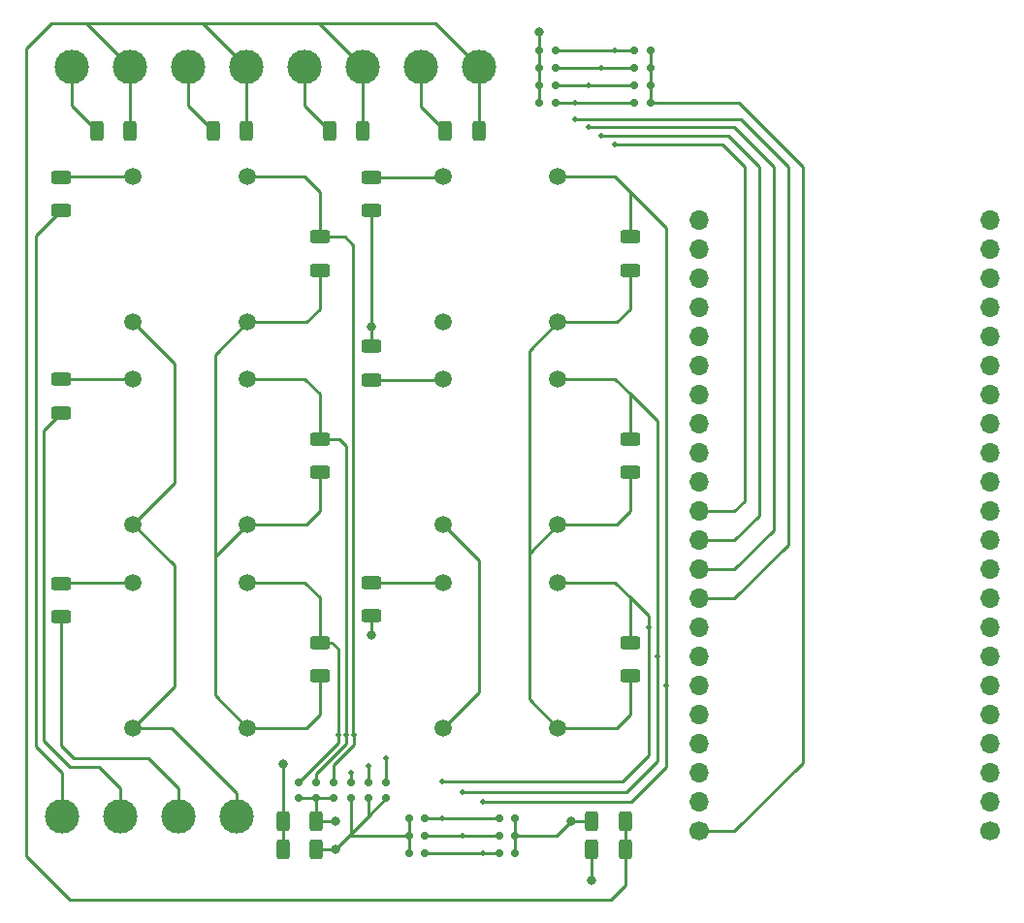
<source format=gbr>
%TF.GenerationSoftware,KiCad,Pcbnew,7.0.10*%
%TF.CreationDate,2024-03-07T00:47:07-03:00*%
%TF.ProjectId,board,626f6172-642e-46b6-9963-61645f706362,rev?*%
%TF.SameCoordinates,Original*%
%TF.FileFunction,Copper,L1,Top*%
%TF.FilePolarity,Positive*%
%FSLAX46Y46*%
G04 Gerber Fmt 4.6, Leading zero omitted, Abs format (unit mm)*
G04 Created by KiCad (PCBNEW 7.0.10) date 2024-03-07 00:47:07*
%MOMM*%
%LPD*%
G01*
G04 APERTURE LIST*
G04 Aperture macros list*
%AMRoundRect*
0 Rectangle with rounded corners*
0 $1 Rounding radius*
0 $2 $3 $4 $5 $6 $7 $8 $9 X,Y pos of 4 corners*
0 Add a 4 corners polygon primitive as box body*
4,1,4,$2,$3,$4,$5,$6,$7,$8,$9,$2,$3,0*
0 Add four circle primitives for the rounded corners*
1,1,$1+$1,$2,$3*
1,1,$1+$1,$4,$5*
1,1,$1+$1,$6,$7*
1,1,$1+$1,$8,$9*
0 Add four rect primitives between the rounded corners*
20,1,$1+$1,$2,$3,$4,$5,0*
20,1,$1+$1,$4,$5,$6,$7,0*
20,1,$1+$1,$6,$7,$8,$9,0*
20,1,$1+$1,$8,$9,$2,$3,0*%
G04 Aperture macros list end*
%TA.AperFunction,SMDPad,CuDef*%
%ADD10RoundRect,0.150000X0.150000X0.200000X-0.150000X0.200000X-0.150000X-0.200000X0.150000X-0.200000X0*%
%TD*%
%TA.AperFunction,SMDPad,CuDef*%
%ADD11RoundRect,0.150000X-0.200000X0.150000X-0.200000X-0.150000X0.200000X-0.150000X0.200000X0.150000X0*%
%TD*%
%TA.AperFunction,ComponentPad*%
%ADD12C,3.000000*%
%TD*%
%TA.AperFunction,ComponentPad*%
%ADD13C,1.700000*%
%TD*%
%TA.AperFunction,ComponentPad*%
%ADD14O,1.700000X1.700000*%
%TD*%
%TA.AperFunction,ComponentPad*%
%ADD15C,1.508000*%
%TD*%
%TA.AperFunction,SMDPad,CuDef*%
%ADD16RoundRect,0.250000X0.312500X0.625000X-0.312500X0.625000X-0.312500X-0.625000X0.312500X-0.625000X0*%
%TD*%
%TA.AperFunction,SMDPad,CuDef*%
%ADD17RoundRect,0.250000X0.625000X-0.312500X0.625000X0.312500X-0.625000X0.312500X-0.625000X-0.312500X0*%
%TD*%
%TA.AperFunction,SMDPad,CuDef*%
%ADD18RoundRect,0.250000X-0.625000X0.312500X-0.625000X-0.312500X0.625000X-0.312500X0.625000X0.312500X0*%
%TD*%
%TA.AperFunction,SMDPad,CuDef*%
%ADD19RoundRect,0.250000X-0.312500X-0.625000X0.312500X-0.625000X0.312500X0.625000X-0.312500X0.625000X0*%
%TD*%
%TA.AperFunction,SMDPad,CuDef*%
%ADD20RoundRect,0.150000X0.200000X-0.150000X0.200000X0.150000X-0.200000X0.150000X-0.200000X-0.150000X0*%
%TD*%
%TA.AperFunction,ViaPad*%
%ADD21C,0.800000*%
%TD*%
%TA.AperFunction,ViaPad*%
%ADD22C,0.500000*%
%TD*%
%TA.AperFunction,Conductor*%
%ADD23C,0.250000*%
%TD*%
G04 APERTURE END LIST*
D10*
%TO.P,DZ17,1*%
%TO.N,A_Current_Wave*%
X107224600Y-60477400D03*
%TO.P,DZ17,2*%
%TO.N,GND*%
X108624600Y-60477400D03*
%TD*%
D11*
%TO.P,DZ4,1*%
%TO.N,VCC*%
X82506000Y-121213000D03*
%TO.P,DZ4,2*%
%TO.N,C_Wave*%
X82506000Y-119813000D03*
%TD*%
D12*
%TO.P,ST6,1,Pin_1*%
%TO.N,V_Ref_Current*%
X63195200Y-57327800D03*
%TO.P,ST6,2,Pin_2*%
%TO.N,N_Current_Wave*%
X58115200Y-57327800D03*
%TD*%
D13*
%TO.P,ESP32-S3_BACK1,1,Pin_1*%
%TO.N,GND*%
X138277600Y-124079000D03*
D14*
%TO.P,ESP32-S3_BACK1,2,Pin_2*%
%TO.N,N/C*%
X138277600Y-121539000D03*
%TO.P,ESP32-S3_BACK1,3,Pin_3*%
X138277600Y-118999000D03*
%TO.P,ESP32-S3_BACK1,4,Pin_4*%
X138277600Y-116459000D03*
%TO.P,ESP32-S3_BACK1,5,Pin_5*%
X138277600Y-113919000D03*
%TO.P,ESP32-S3_BACK1,6,Pin_6*%
X138277600Y-111379000D03*
%TO.P,ESP32-S3_BACK1,7,Pin_7*%
X138277600Y-108839000D03*
%TO.P,ESP32-S3_BACK1,8,Pin_8*%
X138277600Y-106299000D03*
%TO.P,ESP32-S3_BACK1,9,Pin_9*%
X138277600Y-103759000D03*
%TO.P,ESP32-S3_BACK1,10,Pin_10*%
X138277600Y-101219000D03*
%TO.P,ESP32-S3_BACK1,11,Pin_11*%
X138277600Y-98679000D03*
%TO.P,ESP32-S3_BACK1,12,Pin_12*%
X138277600Y-96139000D03*
%TO.P,ESP32-S3_BACK1,13,Pin_13*%
X138277600Y-93599000D03*
%TO.P,ESP32-S3_BACK1,14,Pin_14*%
X138277600Y-91059000D03*
%TO.P,ESP32-S3_BACK1,15,Pin_15*%
X138277600Y-88519000D03*
%TO.P,ESP32-S3_BACK1,16,Pin_16*%
X138277600Y-85979000D03*
%TO.P,ESP32-S3_BACK1,17,Pin_17*%
X138277600Y-83439000D03*
%TO.P,ESP32-S3_BACK1,18,Pin_18*%
X138277600Y-80899000D03*
%TO.P,ESP32-S3_BACK1,19,Pin_19*%
X138277600Y-78359000D03*
%TO.P,ESP32-S3_BACK1,20,Pin_20*%
X138277600Y-75819000D03*
%TO.P,ESP32-S3_BACK1,21,Pin_21*%
X138277600Y-73279000D03*
%TO.P,ESP32-S3_BACK1,22,Pin_22*%
X138277600Y-70739000D03*
%TD*%
D10*
%TO.P,DZ15,1*%
%TO.N,VCC*%
X98930000Y-57404000D03*
%TO.P,DZ15,2*%
%TO.N,C_Current_Wave*%
X100330000Y-57404000D03*
%TD*%
%TO.P,DZ10,1*%
%TO.N,BC_Wave*%
X95439000Y-122936000D03*
%TO.P,DZ10,2*%
%TO.N,GND*%
X96839000Y-122936000D03*
%TD*%
D15*
%TO.P,TP1,1*%
%TO.N,A_Voltage_Load*%
X63453000Y-66929000D03*
%TO.P,TP1,2*%
%TO.N,N_Voltage*%
X63453000Y-79629000D03*
%TO.P,TP1,3*%
%TO.N,V_Ref_Voltage*%
X73453000Y-79629000D03*
%TO.P,TP1,4*%
%TO.N,A_Wave*%
X73453000Y-66929000D03*
%TD*%
D16*
%TO.P,R20,1*%
%TO.N,V_Ref_Current*%
X93664500Y-62915800D03*
%TO.P,R20,2*%
%TO.N,A_Current_Wave*%
X90739500Y-62915800D03*
%TD*%
D12*
%TO.P,ST4,1,Pin_1*%
%TO.N,V_Ref_Current*%
X83515200Y-57327800D03*
%TO.P,ST4,2,Pin_2*%
%TO.N,B_Current_Wave*%
X78435200Y-57327800D03*
%TD*%
D15*
%TO.P,TP6,1*%
%TO.N,BC_Voltage_Load*%
X90558200Y-102362000D03*
%TO.P,TP6,2*%
%TO.N,C_Voltage*%
X90558200Y-115062000D03*
%TO.P,TP6,3*%
%TO.N,V_Ref_Voltage*%
X100558200Y-115062000D03*
%TO.P,TP6,4*%
%TO.N,BC_Wave*%
X100558200Y-102362000D03*
%TD*%
%TO.P,TP5,1*%
%TO.N,AC_Voltage_Load*%
X90558200Y-84582000D03*
%TO.P,TP5,2*%
%TO.N,C_Voltage*%
X90558200Y-97282000D03*
%TO.P,TP5,3*%
%TO.N,V_Ref_Voltage*%
X100558200Y-97282000D03*
%TO.P,TP5,4*%
%TO.N,AC_Wave*%
X100558200Y-84582000D03*
%TD*%
D17*
%TO.P,R4,1*%
%TO.N,V_Ref_Voltage*%
X79765300Y-92750100D03*
%TO.P,R4,2*%
%TO.N,B_Wave*%
X79765300Y-89825100D03*
%TD*%
D10*
%TO.P,DZ11,1*%
%TO.N,AC_Wave*%
X95439000Y-124460000D03*
%TO.P,DZ11,2*%
%TO.N,GND*%
X96839000Y-124460000D03*
%TD*%
D18*
%TO.P,R11,1*%
%TO.N,BC_Voltage_Load*%
X84264500Y-102362000D03*
%TO.P,R11,2*%
%TO.N,B_Voltage*%
X84264500Y-105287000D03*
%TD*%
D19*
%TO.P,R17,1*%
%TO.N,N_Current_Wave*%
X60274200Y-62915800D03*
%TO.P,R17,2*%
%TO.N,V_Ref_Current*%
X63199200Y-62915800D03*
%TD*%
D10*
%TO.P,DZ20,1*%
%TO.N,N_Current_Wave*%
X107224600Y-55880000D03*
%TO.P,DZ20,2*%
%TO.N,GND*%
X108624600Y-55880000D03*
%TD*%
%TO.P,DZ7,1*%
%TO.N,VCC*%
X87565000Y-122936000D03*
%TO.P,DZ7,2*%
%TO.N,BC_Wave*%
X88965000Y-122936000D03*
%TD*%
D16*
%TO.P,R14,1*%
%TO.N,VCC*%
X79462500Y-125620200D03*
%TO.P,R14,2*%
%TO.N,V_Ref_Voltage*%
X76537500Y-125620200D03*
%TD*%
D10*
%TO.P,DZ15,1*%
%TO.N,VCC*%
X98930000Y-55880000D03*
%TO.P,DZ15,2*%
%TO.N,N_Current_Wave*%
X100330000Y-55880000D03*
%TD*%
D18*
%TO.P,R7,1*%
%TO.N,AB_Voltage_Load*%
X84264500Y-66965100D03*
%TO.P,R7,2*%
%TO.N,A_Voltage*%
X84264500Y-69890100D03*
%TD*%
D16*
%TO.P,R19,1*%
%TO.N,V_Ref_Current*%
X83519200Y-62915800D03*
%TO.P,R19,2*%
%TO.N,B_Current_Wave*%
X80594200Y-62915800D03*
%TD*%
D17*
%TO.P,R2,1*%
%TO.N,V_Ref_Voltage*%
X79765300Y-75097100D03*
%TO.P,R2,2*%
%TO.N,A_Wave*%
X79765300Y-72172100D03*
%TD*%
D10*
%TO.P,DZ14,1*%
%TO.N,VCC*%
X98930000Y-58928000D03*
%TO.P,DZ14,2*%
%TO.N,B_Current_Wave*%
X100330000Y-58928000D03*
%TD*%
D20*
%TO.P,DZ1,1*%
%TO.N,B_Wave*%
X79458000Y-119813000D03*
%TO.P,DZ1,2*%
%TO.N,GND*%
X79458000Y-121213000D03*
%TD*%
D19*
%TO.P,R16,1*%
%TO.N,VCC*%
X103501000Y-125620200D03*
%TO.P,R16,2*%
%TO.N,V_Ref_Current*%
X106426000Y-125620200D03*
%TD*%
D20*
%TO.P,DZ3,1*%
%TO.N,A_Wave*%
X80982000Y-119813000D03*
%TO.P,DZ3,2*%
%TO.N,GND*%
X80982000Y-121213000D03*
%TD*%
D17*
%TO.P,R12,1*%
%TO.N,V_Ref_Voltage*%
X106870500Y-110530100D03*
%TO.P,R12,2*%
%TO.N,BC_Wave*%
X106870500Y-107605100D03*
%TD*%
D19*
%TO.P,R15,1*%
%TO.N,GND*%
X103501000Y-123190000D03*
%TO.P,R15,2*%
%TO.N,V_Ref_Current*%
X106426000Y-123190000D03*
%TD*%
D20*
%TO.P,DZ1,1*%
%TO.N,C_Wave*%
X77908600Y-119813000D03*
%TO.P,DZ1,2*%
%TO.N,GND*%
X77908600Y-121213000D03*
%TD*%
D18*
%TO.P,R1,1*%
%TO.N,A_Voltage_Load*%
X57159300Y-66965100D03*
%TO.P,R1,2*%
%TO.N,A_Voltage*%
X57159300Y-69890100D03*
%TD*%
D10*
%TO.P,DZ9,1*%
%TO.N,VCC*%
X87565000Y-126009400D03*
%TO.P,DZ9,2*%
%TO.N,AB_Wave*%
X88965000Y-126009400D03*
%TD*%
D11*
%TO.P,DZ6,1*%
%TO.N,VCC*%
X85579400Y-121213000D03*
%TO.P,DZ6,2*%
%TO.N,A_Wave*%
X85579400Y-119813000D03*
%TD*%
D17*
%TO.P,R8,1*%
%TO.N,V_Ref_Voltage*%
X106870500Y-75097100D03*
%TO.P,R8,2*%
%TO.N,AB_Wave*%
X106870500Y-72172100D03*
%TD*%
%TO.P,R6,1*%
%TO.N,V_Ref_Voltage*%
X79765300Y-110530100D03*
%TO.P,R6,2*%
%TO.N,C_Wave*%
X79765300Y-107605100D03*
%TD*%
D18*
%TO.P,R3,1*%
%TO.N,B_Voltage_Load*%
X57159300Y-84618100D03*
%TO.P,R3,2*%
%TO.N,B_Voltage*%
X57159300Y-87543100D03*
%TD*%
D16*
%TO.P,R18,1*%
%TO.N,V_Ref_Current*%
X73359200Y-62915800D03*
%TO.P,R18,2*%
%TO.N,C_Current_Wave*%
X70434200Y-62915800D03*
%TD*%
D12*
%TO.P,ST5,1,Pin_1*%
%TO.N,V_Ref_Current*%
X73355200Y-57327800D03*
%TO.P,ST5,2,Pin_2*%
%TO.N,C_Current_Wave*%
X68275200Y-57327800D03*
%TD*%
%TO.P,ST3,1,Pin_1*%
%TO.N,V_Ref_Current*%
X93675200Y-57327800D03*
%TO.P,ST3,2,Pin_2*%
%TO.N,A_Current_Wave*%
X88595200Y-57327800D03*
%TD*%
%TO.P,ST1,1,Pin_1*%
%TO.N,A_Voltage*%
X57277000Y-122745500D03*
%TO.P,ST1,2,Pin_2*%
%TO.N,B_Voltage*%
X62357000Y-122745500D03*
%TD*%
D10*
%TO.P,DZ19,1*%
%TO.N,C_Current_Wave*%
X107224600Y-57404000D03*
%TO.P,DZ19,2*%
%TO.N,GND*%
X108624600Y-57404000D03*
%TD*%
D13*
%TO.P,ESP32-S3_FRONT1,1,Pin_1*%
%TO.N,GND*%
X112877600Y-124079000D03*
D14*
%TO.P,ESP32-S3_FRONT1,2,Pin_2*%
%TO.N,N/C*%
X112877600Y-121539000D03*
%TO.P,ESP32-S3_FRONT1,3,Pin_3*%
%TO.N,C_Wave*%
X112877600Y-118999000D03*
%TO.P,ESP32-S3_FRONT1,4,Pin_4*%
%TO.N,B_Wave*%
X112877600Y-116459000D03*
%TO.P,ESP32-S3_FRONT1,5,Pin_5*%
%TO.N,A_Wave*%
X112877600Y-113919000D03*
%TO.P,ESP32-S3_FRONT1,6,Pin_6*%
%TO.N,AB_Wave*%
X112877600Y-111379000D03*
%TO.P,ESP32-S3_FRONT1,7,Pin_7*%
%TO.N,AC_Wave*%
X112877600Y-108839000D03*
%TO.P,ESP32-S3_FRONT1,8,Pin_8*%
%TO.N,BC_Wave*%
X112877600Y-106299000D03*
%TO.P,ESP32-S3_FRONT1,9,Pin_9*%
%TO.N,A_Current_Wave*%
X112877600Y-103759000D03*
%TO.P,ESP32-S3_FRONT1,10,Pin_10*%
%TO.N,B_Current_Wave*%
X112877600Y-101219000D03*
%TO.P,ESP32-S3_FRONT1,11,Pin_11*%
%TO.N,C_Current_Wave*%
X112877600Y-98679000D03*
%TO.P,ESP32-S3_FRONT1,12,Pin_12*%
%TO.N,N_Current_Wave*%
X112877600Y-96139000D03*
%TO.P,ESP32-S3_FRONT1,13,Pin_13*%
%TO.N,N/C*%
X112877600Y-93599000D03*
%TO.P,ESP32-S3_FRONT1,14,Pin_14*%
X112877600Y-91059000D03*
%TO.P,ESP32-S3_FRONT1,15,Pin_15*%
X112877600Y-88519000D03*
%TO.P,ESP32-S3_FRONT1,16,Pin_16*%
X112877600Y-85979000D03*
%TO.P,ESP32-S3_FRONT1,17,Pin_17*%
X112877600Y-83439000D03*
%TO.P,ESP32-S3_FRONT1,18,Pin_18*%
X112877600Y-80899000D03*
%TO.P,ESP32-S3_FRONT1,19,Pin_19*%
X112877600Y-78359000D03*
%TO.P,ESP32-S3_FRONT1,20,Pin_20*%
X112877600Y-75819000D03*
%TO.P,ESP32-S3_FRONT1,21,Pin_21*%
X112877600Y-73279000D03*
%TO.P,ESP32-S3_FRONT1,22,Pin_22*%
%TO.N,VCC*%
X112877600Y-70739000D03*
%TD*%
D17*
%TO.P,R5,1*%
%TO.N,C_Voltage*%
X57159300Y-105348500D03*
%TO.P,R5,2*%
%TO.N,C_Voltage_Load*%
X57159300Y-102423500D03*
%TD*%
D10*
%TO.P,DZ8,1*%
%TO.N,VCC*%
X87565000Y-124460000D03*
%TO.P,DZ8,2*%
%TO.N,AC_Wave*%
X88965000Y-124460000D03*
%TD*%
D17*
%TO.P,R10,1*%
%TO.N,V_Ref_Voltage*%
X106870500Y-92750100D03*
%TO.P,R10,2*%
%TO.N,AC_Wave*%
X106870500Y-89825100D03*
%TD*%
D11*
%TO.P,DZ5,1*%
%TO.N,VCC*%
X84030000Y-121213000D03*
%TO.P,DZ5,2*%
%TO.N,B_Wave*%
X84030000Y-119813000D03*
%TD*%
D18*
%TO.P,R9,1*%
%TO.N,A_Voltage*%
X84264500Y-81722500D03*
%TO.P,R9,2*%
%TO.N,AC_Voltage_Load*%
X84264500Y-84647500D03*
%TD*%
D15*
%TO.P,TP4,1*%
%TO.N,AB_Voltage_Load*%
X90558200Y-66929000D03*
%TO.P,TP4,2*%
%TO.N,B_Voltage*%
X90558200Y-79629000D03*
%TO.P,TP4,3*%
%TO.N,V_Ref_Voltage*%
X100558200Y-79629000D03*
%TO.P,TP4,4*%
%TO.N,AB_Wave*%
X100558200Y-66929000D03*
%TD*%
D10*
%TO.P,DZ12,1*%
%TO.N,AB_Wave*%
X95439000Y-126009400D03*
%TO.P,DZ12,2*%
%TO.N,GND*%
X96839000Y-126009400D03*
%TD*%
D16*
%TO.P,R13,1*%
%TO.N,GND*%
X79462500Y-123190000D03*
%TO.P,R13,2*%
%TO.N,V_Ref_Voltage*%
X76537500Y-123190000D03*
%TD*%
D10*
%TO.P,DZ13,1*%
%TO.N,VCC*%
X98930000Y-60477400D03*
%TO.P,DZ13,2*%
%TO.N,A_Current_Wave*%
X100330000Y-60477400D03*
%TD*%
D15*
%TO.P,TP3,1*%
%TO.N,C_Voltage_Load*%
X63453000Y-102362000D03*
%TO.P,TP3,2*%
%TO.N,N_Voltage*%
X63453000Y-115062000D03*
%TO.P,TP3,3*%
%TO.N,V_Ref_Voltage*%
X73453000Y-115062000D03*
%TO.P,TP3,4*%
%TO.N,C_Wave*%
X73453000Y-102362000D03*
%TD*%
D12*
%TO.P,ST2,1,Pin_1*%
%TO.N,C_Voltage*%
X67437000Y-122745500D03*
%TO.P,ST2,2,Pin_2*%
%TO.N,N_Voltage*%
X72517000Y-122745500D03*
%TD*%
D10*
%TO.P,DZ18,1*%
%TO.N,B_Current_Wave*%
X107224600Y-58928000D03*
%TO.P,DZ18,2*%
%TO.N,GND*%
X108624600Y-58928000D03*
%TD*%
D15*
%TO.P,TP2,1*%
%TO.N,B_Voltage_Load*%
X63453000Y-84582000D03*
%TO.P,TP2,2*%
%TO.N,N_Voltage*%
X63453000Y-97282000D03*
%TO.P,TP2,3*%
%TO.N,V_Ref_Voltage*%
X73453000Y-97282000D03*
%TO.P,TP2,4*%
%TO.N,B_Wave*%
X73453000Y-84582000D03*
%TD*%
D21*
%TO.N,A_Voltage*%
X84264500Y-80010000D03*
%TO.N,B_Voltage*%
X84264500Y-106934000D03*
D22*
%TO.N,A_Wave*%
X82742003Y-115697000D03*
X85579400Y-117729000D03*
%TO.N,B_Wave*%
X84030000Y-118364000D03*
X82042000Y-115697000D03*
%TO.N,C_Wave*%
X81407000Y-115697000D03*
X82506000Y-118999000D03*
D21*
%TO.N,V_Ref_Voltage*%
X76537500Y-118237000D03*
%TO.N,VCC*%
X98930000Y-54254400D03*
X81172200Y-125620200D03*
X103505000Y-128397000D03*
%TO.N,GND*%
X101727000Y-123190000D03*
X81153000Y-123190000D03*
D22*
%TO.N,AB_Wave*%
X93980000Y-126009400D03*
X93980000Y-121539000D03*
X109982000Y-111379000D03*
%TO.N,AC_Wave*%
X109220000Y-108839000D03*
X92202000Y-124460000D03*
X92202000Y-120624600D03*
%TO.N,BC_Wave*%
X90424000Y-119735600D03*
X108458000Y-106299000D03*
X90424000Y-122936000D03*
%TO.N,A_Current_Wave*%
X102057200Y-60477400D03*
X102057200Y-61899800D03*
%TO.N,C_Current_Wave*%
X104343200Y-57404000D03*
X104343200Y-63373000D03*
%TO.N,B_Current_Wave*%
X103200200Y-58928000D03*
X103200200Y-62611000D03*
%TO.N,N_Current_Wave*%
X105486200Y-64135000D03*
X105486200Y-55880000D03*
%TD*%
D23*
%TO.N,A_Voltage_Load*%
X63453000Y-66929000D02*
X57195400Y-66929000D01*
X57195400Y-66929000D02*
X57159300Y-66965100D01*
%TO.N,B_Voltage_Load*%
X57195400Y-84582000D02*
X57159300Y-84618100D01*
X63453000Y-84582000D02*
X57195400Y-84582000D01*
%TO.N,C_Voltage_Load*%
X57220800Y-102362000D02*
X57159300Y-102423500D01*
X63453000Y-102362000D02*
X57220800Y-102362000D01*
%TO.N,A_Voltage*%
X84264500Y-80010000D02*
X84264500Y-69890100D01*
X57277000Y-122745500D02*
X57277000Y-118999000D01*
X54991000Y-116713000D02*
X54991000Y-72058400D01*
X84264500Y-80010000D02*
X84264500Y-81722500D01*
X54991000Y-72058400D02*
X57159300Y-69890100D01*
X57277000Y-118999000D02*
X54991000Y-116713000D01*
%TO.N,B_Voltage*%
X62357000Y-120332500D02*
X60515500Y-118491000D01*
X55626000Y-89076400D02*
X57159300Y-87543100D01*
X62357000Y-122745500D02*
X62357000Y-120332500D01*
X84264500Y-106934000D02*
X84264500Y-105287000D01*
X57912000Y-118491000D02*
X55626000Y-116205000D01*
X55626000Y-116205000D02*
X55626000Y-89076400D01*
X60515500Y-118491000D02*
X57912000Y-118491000D01*
%TO.N,C_Voltage*%
X67437000Y-122745500D02*
X67437000Y-120332500D01*
X67437000Y-120332500D02*
X64833500Y-117729000D01*
X58293000Y-117729000D02*
X57159300Y-116595300D01*
X57159300Y-116595300D02*
X57159300Y-105348500D01*
X90558200Y-115062000D02*
X93662500Y-111957700D01*
X64008000Y-117729000D02*
X58293000Y-117729000D01*
X93662500Y-111957700D02*
X93662500Y-100386300D01*
X64833500Y-117729000D02*
X64008000Y-117729000D01*
X93662500Y-100386300D02*
X90558200Y-97282000D01*
%TO.N,N_Voltage*%
X63453000Y-115062000D02*
X67056000Y-111459000D01*
X67056000Y-93679000D02*
X67056000Y-83232000D01*
X67056000Y-83232000D02*
X63453000Y-79629000D01*
X63453000Y-97282000D02*
X67056000Y-93679000D01*
X66802000Y-115062000D02*
X63453000Y-115062000D01*
X67056000Y-111459000D02*
X67056000Y-100885000D01*
X72517000Y-122745500D02*
X72517000Y-120777000D01*
X72517000Y-120777000D02*
X66802000Y-115062000D01*
X67056000Y-100885000D02*
X63453000Y-97282000D01*
%TO.N,BC_Voltage_Load*%
X90558200Y-102362000D02*
X84201000Y-102362000D01*
%TO.N,AC_Voltage_Load*%
X90558200Y-84582000D02*
X90492700Y-84647500D01*
X90492700Y-84647500D02*
X84264500Y-84647500D01*
%TO.N,AB_Voltage_Load*%
X90522100Y-66965100D02*
X90558200Y-66929000D01*
X84264500Y-66965100D02*
X90522100Y-66965100D01*
X84300600Y-66929000D02*
X84264500Y-66965100D01*
%TO.N,A_Wave*%
X82677000Y-72898000D02*
X81951100Y-72172100D01*
X78457200Y-66929000D02*
X79765300Y-68237100D01*
X85579400Y-119813000D02*
X85579400Y-117729000D01*
X82742003Y-115697000D02*
X82677000Y-115631997D01*
X80982000Y-118281000D02*
X80982000Y-119813000D01*
X82742003Y-116520997D02*
X80982000Y-118281000D01*
X81951100Y-72172100D02*
X79765300Y-72172100D01*
X73453000Y-66929000D02*
X78457200Y-66929000D01*
X82742003Y-115697000D02*
X82742003Y-116520997D01*
X79765300Y-68237100D02*
X79765300Y-72172100D01*
X82677000Y-115631997D02*
X82677000Y-72898000D01*
%TO.N,B_Wave*%
X82042000Y-115697000D02*
X82042000Y-90424000D01*
X79765300Y-85890100D02*
X79765300Y-89825100D01*
X79458000Y-119813000D02*
X79458000Y-119043000D01*
X81443100Y-89825100D02*
X79765300Y-89825100D01*
X82042000Y-116459000D02*
X82042000Y-115697000D01*
X79458000Y-119043000D02*
X82042000Y-116459000D01*
X78457200Y-84582000D02*
X79765300Y-85890100D01*
X84030000Y-119813000D02*
X84030000Y-118364000D01*
X73453000Y-84582000D02*
X78457200Y-84582000D01*
X82042000Y-90424000D02*
X81443100Y-89825100D01*
%TO.N,C_Wave*%
X73453000Y-102362000D02*
X78457200Y-102362000D01*
X81407000Y-108167900D02*
X80844200Y-107605100D01*
X77908600Y-119813000D02*
X77923208Y-119813000D01*
X81407000Y-116329208D02*
X81407000Y-115697000D01*
X78457200Y-102362000D02*
X79765300Y-103670100D01*
X80844200Y-107605100D02*
X79765300Y-107605100D01*
X79765300Y-103670100D02*
X79765300Y-107605100D01*
X81407000Y-115697000D02*
X81407000Y-108167900D01*
X77923208Y-119813000D02*
X81407000Y-116329208D01*
X82506000Y-119813000D02*
X82506000Y-118999000D01*
%TO.N,V_Ref_Voltage*%
X105702100Y-97282000D02*
X106870500Y-96113600D01*
X73453000Y-79629000D02*
X78596900Y-79629000D01*
X78596900Y-115062000D02*
X79765300Y-113893600D01*
X79765300Y-113893600D02*
X79765300Y-110530100D01*
X98044000Y-99796200D02*
X100558200Y-97282000D01*
X73453000Y-97282000D02*
X78596900Y-97282000D01*
X100558200Y-115062000D02*
X98044000Y-112547800D01*
X100558200Y-97282000D02*
X105702100Y-97282000D01*
X100558200Y-79629000D02*
X98044000Y-82143200D01*
X70612000Y-100123000D02*
X70612000Y-82470000D01*
X76537500Y-123190000D02*
X76537500Y-125620200D01*
X79765300Y-96113600D02*
X79765300Y-92750100D01*
X105702100Y-79629000D02*
X106870500Y-78460600D01*
X76526200Y-125609500D02*
X76515500Y-125620200D01*
X100558200Y-79629000D02*
X105702100Y-79629000D01*
X100558200Y-115062000D02*
X105702100Y-115062000D01*
X106870500Y-78460600D02*
X106870500Y-75097100D01*
X106870500Y-113893600D02*
X106870500Y-110530100D01*
X79765300Y-78460600D02*
X79765300Y-75097100D01*
X73453000Y-115062000D02*
X78596900Y-115062000D01*
X98044000Y-112547800D02*
X98044000Y-94767800D01*
X106870500Y-96113600D02*
X106870500Y-92750100D01*
X105702100Y-115062000D02*
X106870500Y-113893600D01*
X73453000Y-115062000D02*
X70612000Y-112221000D01*
X70612000Y-100123000D02*
X73453000Y-97282000D01*
X70612000Y-82470000D02*
X73453000Y-79629000D01*
X70612000Y-112221000D02*
X70612000Y-100123000D01*
X78596900Y-79629000D02*
X79765300Y-78460600D01*
X78596900Y-97282000D02*
X79765300Y-96113600D01*
X76537500Y-118237000D02*
X76537500Y-123190000D01*
X98044000Y-82143200D02*
X98044000Y-94767800D01*
%TO.N,VCC*%
X103501000Y-128393000D02*
X103501000Y-125620200D01*
X103505000Y-128397000D02*
X103501000Y-128393000D01*
X98930000Y-60477400D02*
X98930000Y-58928000D01*
X85579400Y-121213000D02*
X84030000Y-122762400D01*
X82504700Y-124287700D02*
X84030000Y-122762400D01*
X81172200Y-125620200D02*
X82504700Y-124287700D01*
X82332400Y-124460000D02*
X87565000Y-124460000D01*
X79462500Y-125620200D02*
X81172200Y-125620200D01*
X98930000Y-55880000D02*
X98930000Y-57404000D01*
X87565000Y-126009400D02*
X87565000Y-124460000D01*
X82506000Y-121213000D02*
X82506000Y-124286400D01*
X82506000Y-124286400D02*
X82504700Y-124287700D01*
X87565000Y-124460000D02*
X87565000Y-122936000D01*
X98930000Y-57404000D02*
X98930000Y-58928000D01*
X98930000Y-54254400D02*
X98930000Y-55880000D01*
X84030000Y-121213000D02*
X84030000Y-122762400D01*
%TO.N,GND*%
X116357400Y-60477400D02*
X121920000Y-66040000D01*
X121920000Y-118110000D02*
X115951000Y-124079000D01*
X96839000Y-124460000D02*
X96839000Y-122936000D01*
X100457000Y-124460000D02*
X96839000Y-124460000D01*
X108624600Y-60477400D02*
X116357400Y-60477400D01*
X121920000Y-66040000D02*
X121920000Y-118110000D01*
X108624600Y-58928000D02*
X108624600Y-60477400D01*
X79462500Y-123190000D02*
X81153000Y-123190000D01*
X101727000Y-123190000D02*
X103501000Y-123190000D01*
X79462500Y-121217500D02*
X79458000Y-121213000D01*
X108624600Y-57404000D02*
X108624600Y-55880000D01*
X108624600Y-58928000D02*
X108624600Y-57404000D01*
X79458000Y-121213000D02*
X77908600Y-121213000D01*
X79462500Y-123190000D02*
X79462500Y-121217500D01*
X96839000Y-124460000D02*
X96839000Y-126009400D01*
X115951000Y-124079000D02*
X112877600Y-124079000D01*
X79458000Y-121213000D02*
X80982000Y-121213000D01*
X101727000Y-123190000D02*
X100457000Y-124460000D01*
%TO.N,V_Ref_Current*%
X63199200Y-57331800D02*
X63195200Y-57327800D01*
X106426000Y-125620200D02*
X106426000Y-128778000D01*
X106426000Y-123190000D02*
X106426000Y-125620200D01*
X73359200Y-57331800D02*
X73355200Y-57327800D01*
X56337200Y-53517800D02*
X59385200Y-53517800D01*
X83515200Y-57327800D02*
X79705200Y-53517800D01*
X93664500Y-57338500D02*
X93675200Y-57327800D01*
X105156000Y-130048000D02*
X57912000Y-130048000D01*
X63195200Y-57327800D02*
X59385200Y-53517800D01*
X57912000Y-130048000D02*
X54102000Y-126238000D01*
X73359200Y-62915800D02*
X73359200Y-57331800D01*
X93664500Y-62915800D02*
X93664500Y-57338500D01*
X59385200Y-53517800D02*
X69545200Y-53517800D01*
X54102000Y-55753000D02*
X56337200Y-53517800D01*
X83515200Y-57327800D02*
X83515200Y-62911800D01*
X73355200Y-57327800D02*
X69545200Y-53517800D01*
X79705200Y-53517800D02*
X89865200Y-53517800D01*
X54102000Y-126238000D02*
X54102000Y-55753000D01*
X83515200Y-62911800D02*
X83519200Y-62915800D01*
X69545200Y-53517800D02*
X79705200Y-53517800D01*
X106426000Y-128778000D02*
X105156000Y-130048000D01*
X89865200Y-53517800D02*
X93675200Y-57327800D01*
X63199200Y-62915800D02*
X63199200Y-57331800D01*
%TO.N,AB_Wave*%
X88965000Y-126009400D02*
X93980000Y-126009400D01*
X93980000Y-121539000D02*
X106934000Y-121539000D01*
X106870500Y-68237100D02*
X106870500Y-72172100D01*
X109982000Y-71348600D02*
X106870500Y-68237100D01*
X106934000Y-121539000D02*
X109982000Y-118491000D01*
X95439000Y-126009400D02*
X93980000Y-126009400D01*
X109982000Y-118491000D02*
X109982000Y-71348600D01*
X100558200Y-66929000D02*
X105562400Y-66929000D01*
X105562400Y-66929000D02*
X106870500Y-68237100D01*
%TO.N,AC_Wave*%
X88965000Y-124460000D02*
X92202000Y-124460000D01*
X95439000Y-124460000D02*
X92202000Y-124460000D01*
X92202000Y-120624600D02*
X106578400Y-120624600D01*
X106578400Y-120624600D02*
X109220000Y-117983000D01*
X105562400Y-84582000D02*
X106870500Y-85890100D01*
X100558200Y-84582000D02*
X105562400Y-84582000D01*
X106870500Y-85890100D02*
X106870500Y-89825100D01*
X109220000Y-117983000D02*
X109220000Y-88239600D01*
X109220000Y-88239600D02*
X106870500Y-85890100D01*
%TO.N,BC_Wave*%
X90424000Y-119735600D02*
X106197400Y-119735600D01*
X106870500Y-103670100D02*
X106870500Y-107605100D01*
X105562400Y-102362000D02*
X106870500Y-103670100D01*
X108458000Y-117475000D02*
X108458000Y-105257600D01*
X106197400Y-119735600D02*
X108458000Y-117475000D01*
X108458000Y-105257600D02*
X106870500Y-103670100D01*
X95439000Y-122936000D02*
X90424000Y-122936000D01*
X100558200Y-102362000D02*
X105562400Y-102362000D01*
X88965000Y-122936000D02*
X90424000Y-122936000D01*
%TO.N,A_Current_Wave*%
X102057200Y-60477400D02*
X100330000Y-60477400D01*
X116509800Y-61899800D02*
X102057200Y-61899800D01*
X102057200Y-60477400D02*
X107224600Y-60477400D01*
X112877600Y-103759000D02*
X115951000Y-103759000D01*
X90739500Y-62915800D02*
X88595200Y-60771500D01*
X120650000Y-99060000D02*
X120650000Y-66040000D01*
X120650000Y-66040000D02*
X116509800Y-61899800D01*
X115951000Y-103759000D02*
X120650000Y-99060000D01*
X88595200Y-60771500D02*
X88595200Y-57327800D01*
%TO.N,C_Current_Wave*%
X115951000Y-98679000D02*
X118110000Y-96520000D01*
X107224600Y-57404000D02*
X104343200Y-57404000D01*
X70434200Y-62915800D02*
X68275200Y-60756800D01*
X104343200Y-57404000D02*
X100330000Y-57404000D01*
X118110000Y-66040000D02*
X115443000Y-63373000D01*
X68275200Y-60756800D02*
X68275200Y-57327800D01*
X118110000Y-96520000D02*
X118110000Y-66040000D01*
X112877600Y-98679000D02*
X115951000Y-98679000D01*
X115443000Y-63373000D02*
X104343200Y-63373000D01*
%TO.N,B_Current_Wave*%
X119380000Y-97790000D02*
X119380000Y-66040000D01*
X100330000Y-58928000D02*
X103200200Y-58928000D01*
X80594200Y-62915800D02*
X78435200Y-60756800D01*
X115951000Y-101219000D02*
X119380000Y-97790000D01*
X112877600Y-101219000D02*
X115951000Y-101219000D01*
X119380000Y-66040000D02*
X115951000Y-62611000D01*
X78435200Y-60756800D02*
X78435200Y-57327800D01*
X115951000Y-62611000D02*
X103200200Y-62611000D01*
X103200200Y-58928000D02*
X107224600Y-58928000D01*
%TO.N,N_Current_Wave*%
X107224600Y-55880000D02*
X105486200Y-55880000D01*
X116840000Y-95250000D02*
X116840000Y-66040000D01*
X60274200Y-62915800D02*
X58115200Y-60756800D01*
X114935000Y-64135000D02*
X105486200Y-64135000D01*
X115951000Y-96139000D02*
X116840000Y-95250000D01*
X112877600Y-96139000D02*
X115951000Y-96139000D01*
X100330000Y-55880000D02*
X105486200Y-55880000D01*
X116840000Y-66040000D02*
X114935000Y-64135000D01*
X58115200Y-60756800D02*
X58115200Y-57327800D01*
%TD*%
M02*

</source>
